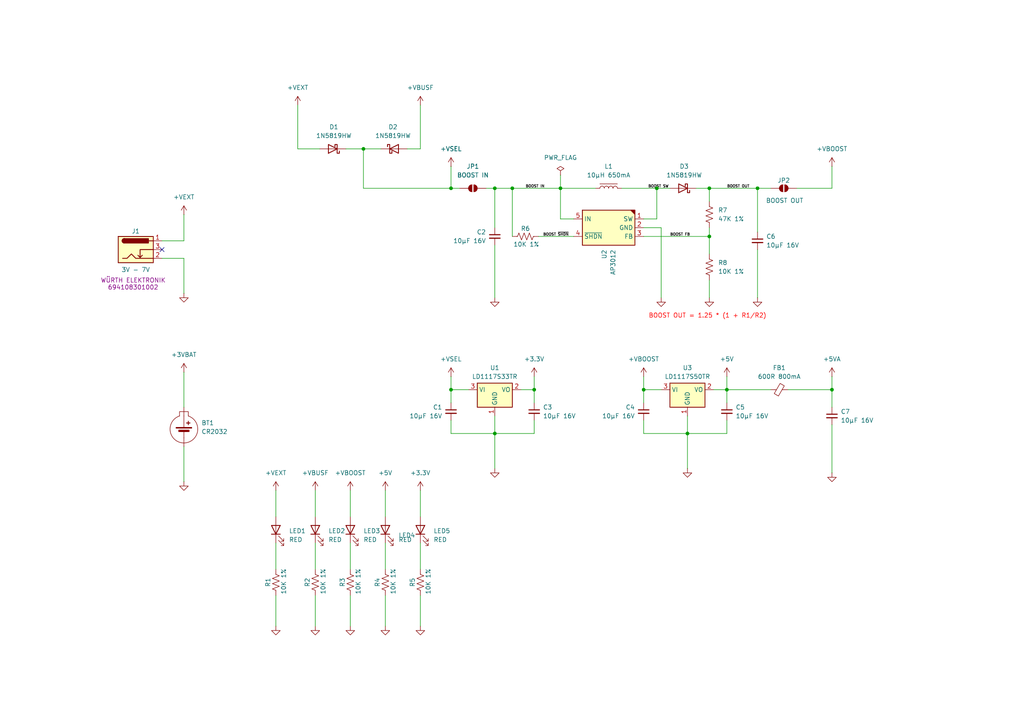
<source format=kicad_sch>
(kicad_sch (version 20231120) (generator "eeschema") (generator_version "8.0")
  (paper "A4")
  (lib_symbols
    (symbol "EMBARCADOS_-_CURSO_PCB[1]:+5V" (power) (pin_numbers hide) (pin_names (offset 0) hide)
      (property "Value" "+5V" (at 0 3.556 0))
      (symbol "+5V_0_1"
        (polyline (pts (xy -0.762 1.27) (xy 0 2.54)))
        (polyline (pts (xy 0 0) (xy 0 2.54)))
        (polyline (pts (xy 0 2.54) (xy 0.762 1.27)))
      )
      (symbol "+5V_1_1"
        (pin power_in line (at 0 0 90) (length 0) (name "~") (number "1"))
      )
    )
    (symbol "EMBARCADOS_-_CURSO_PCB[1]:AUX JUMPER SOLDER OPEN" (pin_numbers hide) (pin_names (offset 0) hide) (exclude_from_sim yes) (in_bom no)
      (property "Reference" "JP" (at 0 2.032 0))
      (property "Value" "SolderJumper_2_Open" (at 0 -2.54 0))
      (symbol "AUX JUMPER SOLDER OPEN_0_1"
        (arc (start -0.254 1.016) (mid -1.2656 0) (end -0.254 -1.016))
        (arc (start -0.254 1.016) (mid -1.2656 0) (end -0.254 -1.016) (fill (type outline)))
        (polyline (pts (xy -0.254 1.016) (xy -0.254 -1.016)))
        (polyline (pts (xy 0.254 1.016) (xy 0.254 -1.016)))
        (arc (start 0.254 -1.016) (mid 1.2656 0) (end 0.254 1.016))
        (arc (start 0.254 -1.016) (mid 1.2656 0) (end 0.254 1.016) (fill (type outline)))
      )
      (symbol "AUX JUMPER SOLDER OPEN_1_1"
        (pin passive line (at -3.81 0 0) (length 2.54) (name "A") (number "1"))
        (pin passive line (at 3.81 0 180) (length 2.54) (name "B") (number "2"))
      )
    )
    (symbol "EMBARCADOS_-_CURSO_PCB[1]:BATTERY HOLDER CR2032" (pin_numbers hide) (pin_names (offset 0) hide)
      (property "Reference" "BT" (at 4.318 1.27 0))
      (property "Value" "CR2032" (at 4.318 -1.27 0))
      (symbol "BATTERY HOLDER CR2032_0_1"
        (rectangle (start -2.286 0.508) (end 2.286 0.254) (fill (type outline)))
        (rectangle (start -1.524 -0.254) (end 1.524 -0.762) (fill (type outline)))
        (arc (start -1.27 3.81) (mid 0 -4.0161) (end 1.27 3.81))
        (polyline (pts (xy 0 -0.508) (xy 0 -2.54)))
        (polyline (pts (xy 0 0.508) (xy 0 3.81)))
        (polyline (pts (xy 0.762 1.778) (xy 1.778 1.778)) (stroke (width 0.254)))
        (polyline (pts (xy 1.27 2.286) (xy 1.27 1.27)) (stroke (width 0.254)))
        (polyline (pts (xy -1.27 3.81) (xy -1.27 5.08) (xy 1.27 5.08) (xy 1.27 3.81)))
      )
      (symbol "BATTERY HOLDER CR2032_1_1"
        (pin passive line (at 0 6.35 270) (length 2.54) (name "+") (number "1"))
        (pin passive line (at 0 -5.08 90) (length 2.54) (name "-") (number "2"))
      )
    )
    (symbol "EMBARCADOS_-_CURSO_PCB[1]:CAP 0805 10uF 16V AVX KGM21AR71C106K" (pin_numbers hide) (pin_names (offset 0.254) hide)
      (property "Reference" "C" (at 0.254 1.778 0))
      (property "Value" "10µF 16V" (at 0.254 -2.032 0))
      (symbol "CAP 0805 10uF 16V AVX KGM21AR71C106K_0_1"
        (polyline (pts (xy -1.524 -0.508) (xy 1.524 -0.508)) (stroke (width 0.3302)))
        (polyline (pts (xy -1.524 0.508) (xy 1.524 0.508)) (stroke (width 0.3048)))
      )
      (symbol "CAP 0805 10uF 16V AVX KGM21AR71C106K_1_1"
        (pin passive line (at 0 2.54 270) (length 2.032) (name "~") (number "1"))
        (pin passive line (at 0 -2.54 90) (length 2.032) (name "~") (number "2"))
      )
    )
    (symbol "EMBARCADOS_-_CURSO_PCB[1]:CONN DC BARREL JACK WÜRTH ELEKTRONIK 694108301002" (pin_names hide)
      (property "Reference" "J" (at 0 5.334 0))
      (property "Value" "DC BARREL JACK" (at 0 -5.08 0))
      (symbol "CONN DC BARREL JACK WÜRTH ELEKTRONIK 694108301002_0_1"
        (rectangle (start -5.08 3.81) (end 5.08 -3.81) (stroke (width 0.254)) (fill (type background)))
        (arc (start -3.302 3.175) (mid -3.9343 2.54) (end -3.302 1.905) (stroke (width 0.254)))
        (arc (start -3.302 3.175) (mid -3.9343 2.54) (end -3.302 1.905) (stroke (width 0.254)) (fill (type outline)))
        (polyline (pts (xy 1.27 -2.286) (xy 1.905 -1.651)) (stroke (width 0.254)))
        (polyline (pts (xy 5.08 2.54) (xy 3.81 2.54)) (stroke (width 0.254)))
        (polyline (pts (xy 5.08 0) (xy 1.27 0) (xy 1.27 -2.286) (xy 0.635 -1.651)) (stroke (width 0.254)))
        (polyline (pts (xy -3.81 -2.54) (xy -2.54 -2.54) (xy -1.27 -1.27) (xy 0 -2.54) (xy 2.54 -2.54) (xy 5.08 -2.54)) (stroke (width 0.254)))
        (rectangle (start 3.683 3.175) (end -3.302 1.905) (stroke (width 0.254)) (fill (type outline)))
      )
      (symbol "CONN DC BARREL JACK WÜRTH ELEKTRONIK 694108301002_1_1"
        (pin passive line (at 7.62 2.54 180) (length 2.54) (name "~") (number "1"))
        (pin passive line (at 7.62 -2.54 180) (length 2.54) (name "~") (number "2"))
        (pin passive line (at 7.62 0 180) (length 2.54) (name "~") (number "3"))
      )
    )
    (symbol "EMBARCADOS_-_CURSO_PCB[1]:DIODE SCHOTTKY 1N5819WS SOD-123 DIODES INC" (pin_numbers hide) (pin_names (offset 1.016) hide)
      (property "Reference" "D" (at 0 2.54 0))
      (property "Value" "1N5819HW" (at 0 -2.54 0))
      (symbol "DIODE SCHOTTKY 1N5819WS SOD-123 DIODES INC_0_1"
        (polyline (pts (xy 1.27 0) (xy -1.27 0)))
        (polyline (pts (xy 1.27 1.27) (xy 1.27 -1.27) (xy -1.27 0) (xy 1.27 1.27)) (stroke (width 0.254)))
        (polyline (pts (xy -1.905 0.635) (xy -1.905 1.27) (xy -1.27 1.27) (xy -1.27 -1.27) (xy -0.635 -1.27) (xy -0.635 -0.635)) (stroke (width 0.254)))
      )
      (symbol "DIODE SCHOTTKY 1N5819WS SOD-123 DIODES INC_1_1"
        (pin passive line (at -3.81 0 0) (length 2.54) (name "K") (number "1"))
        (pin passive line (at 3.81 0 180) (length 2.54) (name "A") (number "2"))
      )
    )
    (symbol "EMBARCADOS_-_CURSO_PCB[1]:FB 0603 600R 800mA WÜRTH ELEKTRONIK  742792651" (pin_numbers hide) (pin_names (offset 0))
      (property "Reference" "FB" (at 1.905 1.27 0))
      (property "Value" "600R 800mA" (at 1.905 -1.27 0))
      (symbol "FB 0603 600R 800mA WÜRTH ELEKTRONIK  742792651_0_1"
        (polyline (pts (xy 0 -1.27) (xy 0 -0.7874)))
        (polyline (pts (xy 0 0.889) (xy 0 1.2954)))
        (polyline (pts (xy -1.8288 0.2794) (xy -1.1176 1.4986) (xy 1.8288 -0.2032) (xy 1.1176 -1.4224) (xy -1.8288 0.2794)))
      )
      (symbol "FB 0603 600R 800mA WÜRTH ELEKTRONIK  742792651_1_1"
        (pin passive line (at 0 2.54 270) (length 1.27) (name "~") (number "1"))
        (pin passive line (at 0 -2.54 90) (length 1.27) (name "~") (number "2"))
      )
    )
    (symbol "EMBARCADOS_-_CURSO_PCB[1]:IC DC-DC BOOST AP3012 DIODES"
      (property "Reference" "U" (at 0 6.35 0))
      (property "Value" "AP3012" (at 0 -6.35 0))
      (symbol "IC DC-DC BOOST AP3012 DIODES_0_1"
        (rectangle (start -7.62 5.08) (end 7.62 -5.08) (stroke (width 0.254)) (fill (type background)))
      )
      (symbol "IC DC-DC BOOST AP3012 DIODES_1_1"
        (polyline (pts (xy -7.62 5.08) (xy -6.35 5.08) (xy -7.62 3.81)) (fill (type outline)))
        (pin passive line (at -10.16 2.54 0) (length 2.54) (name "SW") (number "1"))
        (pin power_in line (at -10.16 0 0) (length 2.54) (name "GND") (number "2"))
        (pin input line (at -10.16 -2.54 0) (length 2.54) (name "FB") (number "3"))
        (pin input line (at 10.16 -2.54 180) (length 2.54) (name "~{SHDN}") (number "4"))
        (pin power_in line (at 10.16 2.54 180) (length 2.54) (name "IN") (number "5"))
      )
    )
    (symbol "EMBARCADOS_-_CURSO_PCB[1]:IC DC-DC LDO LD1117S33TR SOT223"
      (property "Reference" "U" (at -3.81 3.175 0))
      (property "Value" "LD1117S33TR" (at 0 3.175 0))
      (symbol "IC DC-DC LDO LD1117S33TR SOT223_0_1"
        (rectangle (start -5.08 -5.08) (end 5.08 1.905) (stroke (width 0.254)) (fill (type background)))
      )
      (symbol "IC DC-DC LDO LD1117S33TR SOT223_1_1"
        (pin power_in line (at 0 -7.62 90) (length 2.54) (name "GND") (number "1"))
        (pin power_out line (at 7.62 0 180) (length 2.54) (name "VO") (number "2"))
        (pin power_in line (at -7.62 0 0) (length 2.54) (name "VI") (number "3"))
      )
    )
    (symbol "EMBARCADOS_-_CURSO_PCB[1]:IC DC-DC LDO LD1117S50TR SOT223"
      (property "Reference" "U" (at -3.81 3.175 0))
      (property "Value" "LD1117S50TR" (at 0 3.175 0))
      (symbol "IC DC-DC LDO LD1117S50TR SOT223_0_1"
        (rectangle (start -5.08 -5.08) (end 5.08 1.905) (stroke (width 0.254)) (fill (type background)))
      )
      (symbol "IC DC-DC LDO LD1117S50TR SOT223_1_1"
        (pin power_in line (at 0 -7.62 90) (length 2.54) (name "GND") (number "1"))
        (pin power_out line (at 7.62 0 180) (length 2.54) (name "VO") (number "2"))
        (pin power_in line (at -7.62 0 0) (length 2.54) (name "VI") (number "3"))
      )
    )
    (symbol "EMBARCADOS_-_CURSO_PCB[1]:IND 2.5x2.0 10µH 650mA WÜRTH ELEKTRONIK 74404024100 " (pin_numbers hide) (pin_names (offset 1.016) hide)
      (property "Reference" "L" (at -1.27 0 90))
      (property "Value" "10µH 650mA" (at 2.794 0 90))
      (symbol "IND 2.5x2.0 10µH 650mA WÜRTH ELEKTRONIK 74404024100 _0_1"
        (arc (start 0 -2.54) (mid 0.6323 -1.905) (end 0 -1.27))
        (arc (start 0 -1.27) (mid 0.6323 -0.635) (end 0 0))
        (polyline (pts (xy 1.27 2.54) (xy 1.27 -2.54)))
        (arc (start 0 0) (mid 0.6323 0.635) (end 0 1.27))
        (arc (start 0 1.27) (mid 0.6323 1.905) (end 0 2.54))
      )
      (symbol "IND 2.5x2.0 10µH 650mA WÜRTH ELEKTRONIK 74404024100 _1_1"
        (pin passive line (at 0 3.81 270) (length 1.27) (name "1") (number "1"))
        (pin passive line (at 0 -3.81 90) (length 1.27) (name "2") (number "2"))
      )
    )
    (symbol "EMBARCADOS_-_CURSO_PCB[1]:LED 0603 RED WÜRTH ELEKTRONIK 150060SS55040 " (pin_numbers hide) (pin_names (offset 1.016) hide)
      (property "Reference" "LED" (at 0 2.54 0))
      (property "Value" "RED" (at 0 -2.54 0))
      (symbol "LED 0603 RED WÜRTH ELEKTRONIK 150060SS55040 _0_1"
        (polyline (pts (xy -1.27 -1.27) (xy -1.27 1.27)) (stroke (width 0.254)))
        (polyline (pts (xy -1.27 0) (xy 1.27 0)))
        (polyline (pts (xy 1.27 -1.27) (xy 1.27 1.27) (xy -1.27 0) (xy 1.27 -1.27)) (stroke (width 0.254)))
        (polyline (pts (xy -3.048 -0.762) (xy -4.572 -2.286) (xy -3.81 -2.286) (xy -4.572 -2.286) (xy -4.572 -1.524)))
        (polyline (pts (xy -1.778 -0.762) (xy -3.302 -2.286) (xy -2.54 -2.286) (xy -3.302 -2.286) (xy -3.302 -1.524)))
      )
      (symbol "LED 0603 RED WÜRTH ELEKTRONIK 150060SS55040 _1_1"
        (pin passive line (at -3.81 0 0) (length 2.54) (name "K") (number "1"))
        (pin passive line (at 3.81 0 180) (length 2.54) (name "A") (number "2"))
      )
    )
    (symbol "EMBARCADOS_-_CURSO_PCB[1]:POWER GND" (power) (pin_numbers hide) (pin_names (offset 0) hide)
      (property "Value" "POWER GND" (at 0 -3.81 0))
      (symbol "POWER GND_0_1"
        (polyline (pts (xy 0 0) (xy 0 -1.27) (xy 1.27 -1.27) (xy 0 -2.54) (xy -1.27 -1.27) (xy 0 -1.27)))
      )
      (symbol "POWER GND_1_1"
        (pin power_in line (at 0 0 270) (length 0) (name "~") (number "1"))
      )
    )
    (symbol "EMBARCADOS_-_CURSO_PCB[1]:RES 0603 10K 1% VISHAY CRCW060310K0FK " (pin_numbers hide) (pin_names (offset 0))
      (property "Reference" "R" (at 2.54 0 90))
      (property "Value" "10K 1%" (at -2.54 0 90))
      (symbol "RES 0603 10K 1% VISHAY CRCW060310K0FK _0_1"
        (polyline (pts (xy 0 -2.286) (xy 0 -2.54)))
        (polyline (pts (xy 0 2.286) (xy 0 2.54)))
        (polyline (pts (xy 0 -0.762) (xy 1.016 -1.143) (xy 0 -1.524) (xy -1.016 -1.905) (xy 0 -2.286)))
        (polyline (pts (xy 0 0.762) (xy 1.016 0.381) (xy 0 0) (xy -1.016 -0.381) (xy 0 -0.762)))
        (polyline (pts (xy 0 2.286) (xy 1.016 1.905) (xy 0 1.524) (xy -1.016 1.143) (xy 0 0.762)))
      )
      (symbol "RES 0603 10K 1% VISHAY CRCW060310K0FK _1_1"
        (pin passive line (at 0 3.81 270) (length 1.27) (name "~") (number "1"))
        (pin passive line (at 0 -3.81 90) (length 1.27) (name "~") (number "2"))
      )
    )
    (symbol "EMBARCADOS_-_CURSO_PCB[1]:RES 0603 47K 1% VISHAY CRCW060347K0FK" (pin_numbers hide) (pin_names (offset 0))
      (property "Reference" "R" (at 2.54 0 90))
      (property "Value" "47K 1%" (at -2.54 0 90))
      (symbol "RES 0603 47K 1% VISHAY CRCW060347K0FK_0_1"
        (polyline (pts (xy 0 -2.286) (xy 0 -2.54)))
        (polyline (pts (xy 0 2.286) (xy 0 2.54)))
        (polyline (pts (xy 0 -0.762) (xy 1.016 -1.143) (xy 0 -1.524) (xy -1.016 -1.905) (xy 0 -2.286)))
        (polyline (pts (xy 0 0.762) (xy 1.016 0.381) (xy 0 0) (xy -1.016 -0.381) (xy 0 -0.762)))
        (polyline (pts (xy 0 2.286) (xy 1.016 1.905) (xy 0 1.524) (xy -1.016 1.143) (xy 0 0.762)))
      )
      (symbol "RES 0603 47K 1% VISHAY CRCW060347K0FK_1_1"
        (pin passive line (at 0 3.81 270) (length 1.27) (name "~") (number "1"))
        (pin passive line (at 0 -3.81 90) (length 1.27) (name "~") (number "2"))
      )
    )
    (symbol "power:PWR_FLAG" (power) (pin_numbers hide) (pin_names (offset 0) hide)
      (property "Value" "PWR_FLAG" (at 0 3.81 0))
      (symbol "PWR_FLAG_0_0"
        (pin power_out line (at 0 0 90) (length 0) (name "~") (number "1"))
      )
      (symbol "PWR_FLAG_0_1"
        (polyline (pts (xy 0 0) (xy 0 1.27) (xy -1.016 1.905) (xy 0 2.54) (xy 1.016 1.905) (xy 0 1.27)))
      )
    )
  )
  (junction (at 130.81 54.61))
  (junction (at 154.94 113.03))
  (junction (at 130.81 113.03))
  (junction (at 205.74 54.61))
  (junction (at 219.71 54.61))
  (junction (at 199.39 125.73))
  (junction (at 210.82 113.03))
  (junction (at 186.69 113.03))
  (junction (at 205.74 68.58))
  (junction (at 190.5 54.61))
  (junction (at 143.51 54.61))
  (junction (at 148.59 54.61))
  (junction (at 143.51 125.73))
  (junction (at 105.41 43.18))
  (junction (at 241.3 113.03))
  (junction (at 162.56 54.61))
  (no_connect (at 46.99 72.39))
  (wire (pts (xy 190.5 54.61) (xy 194.31 54.61)))
  (wire (pts (xy 166.37 63.5) (xy 162.56 63.5)))
  (wire (pts (xy 205.74 81.28) (xy 205.74 86.36)))
  (wire (pts (xy 130.81 113.03) (xy 130.81 109.22)))
  (wire (pts (xy 86.36 30.48) (xy 86.36 43.18)))
  (wire (pts (xy 140.97 54.61) (xy 143.51 54.61)))
  (wire (pts (xy 143.51 71.12) (xy 143.51 86.36)))
  (wire (pts (xy 80.01 172.72) (xy 80.01 181.61)))
  (wire (pts (xy 46.99 69.85) (xy 53.34 69.85)))
  (wire (pts (xy 231.14 54.61) (xy 241.3 54.61)))
  (wire (pts (xy 186.69 125.73) (xy 199.39 125.73)))
  (wire (pts (xy 191.77 66.04) (xy 191.77 86.36)))
  (wire (pts (xy 91.44 142.24) (xy 91.44 149.86)))
  (wire (pts (xy 210.82 109.22) (xy 210.82 113.03)))
  (wire (pts (xy 53.34 129.54) (xy 53.34 139.7)))
  (wire (pts (xy 210.82 113.03) (xy 223.52 113.03)))
  (wire (pts (xy 207.01 113.03) (xy 210.82 113.03)))
  (wire (pts (xy 191.77 113.03) (xy 186.69 113.03)))
  (wire (pts (xy 190.5 63.5) (xy 190.5 54.61)))
  (wire (pts (xy 143.51 120.65) (xy 143.51 125.73)))
  (wire (pts (xy 210.82 113.03) (xy 210.82 116.84)))
  (wire (pts (xy 105.41 43.18) (xy 110.49 43.18)))
  (wire (pts (xy 46.99 74.93) (xy 53.34 74.93)))
  (wire (pts (xy 130.81 54.61) (xy 130.81 48.26)))
  (wire (pts (xy 219.71 67.31) (xy 219.71 54.61)))
  (wire (pts (xy 118.11 43.18) (xy 121.92 43.18)))
  (wire (pts (xy 101.6 157.48) (xy 101.6 165.1)))
  (wire (pts (xy 186.69 109.22) (xy 186.69 113.03)))
  (wire (pts (xy 111.76 157.48) (xy 111.76 165.1)))
  (wire (pts (xy 130.81 113.03) (xy 130.81 116.84)))
  (wire (pts (xy 130.81 125.73) (xy 130.81 121.92)))
  (wire (pts (xy 162.56 50.8) (xy 162.56 54.61)))
  (wire (pts (xy 154.94 109.22) (xy 154.94 113.03)))
  (wire (pts (xy 130.81 54.61) (xy 105.41 54.61)))
  (wire (pts (xy 111.76 142.24) (xy 111.76 149.86)))
  (wire (pts (xy 135.89 113.03) (xy 130.81 113.03)))
  (wire (pts (xy 154.94 125.73) (xy 154.94 121.92)))
  (wire (pts (xy 219.71 54.61) (xy 223.52 54.61)))
  (wire (pts (xy 80.01 157.48) (xy 80.01 165.1)))
  (wire (pts (xy 219.71 72.39) (xy 219.71 86.36)))
  (wire (pts (xy 241.3 123.19) (xy 241.3 137.16)))
  (wire (pts (xy 105.41 54.61) (xy 105.41 43.18)))
  (wire (pts (xy 199.39 125.73) (xy 199.39 135.89)))
  (wire (pts (xy 80.01 142.24) (xy 80.01 149.86)))
  (wire (pts (xy 210.82 125.73) (xy 210.82 121.92)))
  (wire (pts (xy 143.51 125.73) (xy 154.94 125.73)))
  (wire (pts (xy 199.39 120.65) (xy 199.39 125.73)))
  (wire (pts (xy 148.59 54.61) (xy 162.56 54.61)))
  (wire (pts (xy 241.3 113.03) (xy 241.3 118.11)))
  (wire (pts (xy 162.56 54.61) (xy 172.72 54.61)))
  (wire (pts (xy 162.56 63.5) (xy 162.56 54.61)))
  (wire (pts (xy 228.6 113.03) (xy 241.3 113.03)))
  (wire (pts (xy 201.93 54.61) (xy 205.74 54.61)))
  (wire (pts (xy 205.74 54.61) (xy 205.74 58.42)))
  (wire (pts (xy 148.59 54.61) (xy 148.59 68.58)))
  (wire (pts (xy 101.6 142.24) (xy 101.6 149.86)))
  (wire (pts (xy 111.76 172.72) (xy 111.76 181.61)))
  (wire (pts (xy 241.3 109.22) (xy 241.3 113.03)))
  (wire (pts (xy 130.81 54.61) (xy 133.35 54.61)))
  (wire (pts (xy 91.44 157.48) (xy 91.44 165.1)))
  (wire (pts (xy 166.37 68.58) (xy 156.21 68.58)))
  (wire (pts (xy 143.51 54.61) (xy 143.51 66.04)))
  (wire (pts (xy 180.34 54.61) (xy 190.5 54.61)))
  (wire (pts (xy 121.92 142.24) (xy 121.92 149.86)))
  (wire (pts (xy 186.69 68.58) (xy 205.74 68.58)))
  (wire (pts (xy 101.6 172.72) (xy 101.6 181.61)))
  (wire (pts (xy 53.34 69.85) (xy 53.34 62.23)))
  (wire (pts (xy 186.69 113.03) (xy 186.69 116.84)))
  (wire (pts (xy 86.36 43.18) (xy 92.71 43.18)))
  (wire (pts (xy 199.39 125.73) (xy 210.82 125.73)))
  (wire (pts (xy 186.69 66.04) (xy 191.77 66.04)))
  (wire (pts (xy 100.33 43.18) (xy 105.41 43.18)))
  (wire (pts (xy 241.3 54.61) (xy 241.3 48.26)))
  (wire (pts (xy 143.51 125.73) (xy 143.51 135.89)))
  (wire (pts (xy 151.13 113.03) (xy 154.94 113.03)))
  (wire (pts (xy 205.74 68.58) (xy 205.74 73.66)))
  (wire (pts (xy 205.74 68.58) (xy 205.74 66.04)))
  (wire (pts (xy 205.74 54.61) (xy 219.71 54.61)))
  (wire (pts (xy 53.34 74.93) (xy 53.34 85.09)))
  (wire (pts (xy 186.69 125.73) (xy 186.69 121.92)))
  (wire (pts (xy 53.34 107.95) (xy 53.34 118.11)))
  (wire (pts (xy 154.94 113.03) (xy 154.94 116.84)))
  (wire (pts (xy 121.92 30.48) (xy 121.92 43.18)))
  (wire (pts (xy 91.44 172.72) (xy 91.44 181.61)))
  (wire (pts (xy 121.92 157.48) (xy 121.92 165.1)))
  (wire (pts (xy 130.81 125.73) (xy 143.51 125.73)))
  (wire (pts (xy 186.69 63.5) (xy 190.5 63.5)))
  (wire (pts (xy 121.92 172.72) (xy 121.92 181.61)))
  (wire (pts (xy 143.51 54.61) (xy 148.59 54.61)))
  (text "BOOST OUT = 1.25 * (1 + R1/R2)" (at 205.232 91.694 0) (effects (font (size 1.27 1.27))))
  (label "BOOST ~{SHDN}" (at 157.48 68.58 0) (effects (font (size 0.762 0.762))))
  (label "BOOST OUT" (at 210.82 54.61 0) (effects (font (size 0.762 0.762))))
  (label "BOOST FB" (at 194.31 68.58 0) (effects (font (size 0.762 0.762))))
  (label "BOOST SW" (at 187.96 54.61 0) (effects (font (size 0.762 0.762))))
  (label "BOOST IN" (at 152.4 54.61 0) (effects (font (size 0.762 0.762))))
  (symbol (lib_id "EMBARCADOS_-_CURSO_PCB[1]:+5V") (at 130.81 109.22 0) (unit 1)
    (property "Reference" "#PWR016" (effects (hide yes)))
    (property "Value" "+VSEL" (at 130.81 104.14 0))
    (property "Description" "Power symbol creates a global label with name \"+5V\"" (effects (hide yes)))
  )
  (symbol (lib_id "EMBARCADOS_-_CURSO_PCB[1]:LED 0603 RED WÜRTH ELEKTRONIK 150060SS55040 ") (at 80.01 153.67 90) (unit 1)
    (property "Reference" "LED1" (at 83.82 153.9874 90) (effects (justify right)))
    (property "Value" "RED" (at 83.82 156.5274 90) (effects (justify right)))
    (property "Footprint" "EMBARCADOS - CURSO PCB:LED_0603_1608Metric" (effects (hide yes)))
    (property "Datasheet" "https://www.we-online.com/components/products/datasheet/150060SS55040.pdf" (effects (hide yes)))
    (property "Description" "Light emitting diode" (effects (hide yes)))
    (property "MPN" "150060SS55040 " (effects (hide yes)))
    (property "Manufacturer" "WÜRTH ELEKTRONIK " (effects (hide yes)))
    (property "3D Model" "KiCad" (effects (hide yes)))
    (property "Notes" "-" (effects (hide yes)))
    (property "LCSC Part # " "C128052 " (effects (hide yes)))
    (property "LCSC MPN " "19-213/R6C-AM2P1VY/3T " (effects (hide yes)))
    (property "LCSC MANUFACTURER " "EVERLIGHT " (effects (hide yes)))
  )
  (symbol (lib_id "EMBARCADOS_-_CURSO_PCB[1]:+5V") (at 154.94 109.22 0) (unit 1)
    (property "Reference" "#PWR019" (effects (hide yes)))
    (property "Value" "+3.3V" (at 154.94 104.14 0))
    (property "Description" "Power symbol creates a global label with name \"+5V\"" (effects (hide yes)))
  )
  (symbol (lib_id "EMBARCADOS_-_CURSO_PCB[1]:LED 0603 RED WÜRTH ELEKTRONIK 150060SS55040 ") (at 101.6 153.67 90) (unit 1)
    (property "Reference" "LED3" (at 105.41 153.9874 90) (effects (justify right)))
    (property "Value" "RED" (at 105.41 156.5274 90) (effects (justify right)))
    (property "Footprint" "EMBARCADOS - CURSO PCB:LED_0603_1608Metric" (effects (hide yes)))
    (property "Datasheet" "https://www.we-online.com/components/products/datasheet/150060SS55040.pdf" (effects (hide yes)))
    (property "Description" "Light emitting diode" (effects (hide yes)))
    (property "MPN" "150060SS55040 " (effects (hide yes)))
    (property "Manufacturer" "WÜRTH ELEKTRONIK " (effects (hide yes)))
    (property "3D Model" "KiCad" (effects (hide yes)))
    (property "Notes" "-" (effects (hide yes)))
    (property "LCSC Part # " "C128052 " (effects (hide yes)))
    (property "LCSC MPN " "19-213/R6C-AM2P1VY/3T " (effects (hide yes)))
    (property "LCSC MANUFACTURER " "EVERLIGHT " (effects (hide yes)))
  )
  (symbol (lib_id "EMBARCADOS_-_CURSO_PCB[1]:CAP 0805 10uF 16V AVX KGM21AR71C106K") (at 154.94 119.38 0) (unit 1)
    (property "Reference" "C3" (at 157.48 118.1162 0) (effects (justify left)))
    (property "Value" "10µF 16V" (at 157.48 120.6562 0) (effects (justify left)))
    (property "Footprint" "EMBARCADOS - CURSO PCB:C_0805_2012Metric" (effects (hide yes)))
    (property "Datasheet" "https://datasheets.kyocera-avx.com/KGM_X7R.pdf" (effects (hide yes)))
    (property "Description" "CAP 0805 10uF 16V AVX" (effects (hide yes)))
    (property "MPN" "KGM21AR71C106K " (effects (hide yes)))
    (property "Manufacturer" "KYOCERA/AVX " (effects (hide yes)))
    (property "3D Model" "KiCad" (effects (hide yes)))
    (property "Notes" "-" (effects (hide yes)))
    (property "LCSC Part # " "C15850 " (effects (hide yes)))
    (property "LCSC MPN " "CL21A106KAYNNNE " (effects (hide yes)))
    (property "LCSC MANUFACTURER " "SAMSUNG " (effects (hide yes)))
  )
  (symbol (lib_id "EMBARCADOS_-_CURSO_PCB[1]:AUX JUMPER SOLDER OPEN") (at 227.33 54.61 0) (unit 1) (exclude_from_sim yes) (in_bom no)
    (property "Reference" "JP2" (at 227.33 52.324 0))
    (property "Value" "BOOST OUT" (at 227.584 58.166 0))
    (property "Footprint" "EMBARCADOS - CURSO PCB:SolderJumper-2_P1.3mm_Open_RoundedPad1.0x1.5mm" (effects (hide yes)))
    (property "Description" "Solder Jumper, 2-pole, open" (effects (hide yes)))
  )
  (symbol (lib_id "EMBARCADOS_-_CURSO_PCB[1]:LED 0603 RED WÜRTH ELEKTRONIK 150060SS55040 ") (at 121.92 153.67 90) (unit 1)
    (property "Reference" "LED5" (at 125.73 153.9874 90) (effects (justify right)))
    (property "Value" "RED" (at 125.73 156.5274 90) (effects (justify right)))
    (property "Footprint" "EMBARCADOS - CURSO PCB:LED_0603_1608Metric" (effects (hide yes)))
    (property "Datasheet" "https://www.we-online.com/components/products/datasheet/150060SS55040.pdf" (effects (hide yes)))
    (property "Description" "Light emitting diode" (effects (hide yes)))
    (property "MPN" "150060SS55040 " (effects (hide yes)))
    (property "Manufacturer" "WÜRTH ELEKTRONIK " (effects (hide yes)))
    (property "3D Model" "KiCad" (effects (hide yes)))
    (property "Notes" "-" (effects (hide yes)))
    (property "LCSC Part # " "C128052 " (effects (hide yes)))
    (property "LCSC MPN " "19-213/R6C-AM2P1VY/3T " (effects (hide yes)))
    (property "LCSC MANUFACTURER " "EVERLIGHT " (effects (hide yes)))
  )
  (symbol (lib_id "EMBARCADOS_-_CURSO_PCB[1]:POWER GND") (at 143.51 86.36 0) (unit 1)
    (property "Reference" "#PWR017" (effects (hide yes)))
    (property "Value" "GND" (effects (hide yes)))
    (property "Description" "Power symbol creates a global label with name \"GND\" , ground" (effects (hide yes)))
  )
  (symbol (lib_id "EMBARCADOS_-_CURSO_PCB[1]:+5V") (at 210.82 109.22 0) (unit 1)
    (property "Reference" "#PWR024" (effects (hide yes)))
    (property "Value" "+5V" (at 210.82 104.14 0))
    (property "Description" "Power symbol creates a global label with name \"+5V\"" (effects (hide yes)))
  )
  (symbol (lib_id "EMBARCADOS_-_CURSO_PCB[1]:CAP 0805 10uF 16V AVX KGM21AR71C106K") (at 210.82 119.38 0) (unit 1)
    (property "Reference" "C5" (at 213.36 118.1162 0) (effects (justify left)))
    (property "Value" "10µF 16V" (at 213.36 120.6562 0) (effects (justify left)))
    (property "Footprint" "EMBARCADOS - CURSO PCB:C_0805_2012Metric" (effects (hide yes)))
    (property "Datasheet" "https://datasheets.kyocera-avx.com/KGM_X7R.pdf" (effects (hide yes)))
    (property "Description" "CAP 0805 10uF 16V AVX" (effects (hide yes)))
    (property "MPN" "KGM21AR71C106K " (effects (hide yes)))
    (property "Manufacturer" "KYOCERA/AVX " (effects (hide yes)))
    (property "3D Model" "KiCad" (effects (hide yes)))
    (property "Notes" "-" (effects (hide yes)))
    (property "LCSC Part # " "C15850 " (effects (hide yes)))
    (property "LCSC MPN " "CL21A106KAYNNNE " (effects (hide yes)))
    (property "LCSC MANUFACTURER " "SAMSUNG " (effects (hide yes)))
  )
  (symbol (lib_id "power:PWR_FLAG") (at 162.56 50.8 0) (unit 1)
    (property "Reference" "#FLG011" (effects (hide yes)))
    (property "Value" "PWR_FLAG" (at 162.56 45.72 0))
    (property "Description" "Special symbol for telling ERC where power comes from" (effects (hide yes)))
  )
  (symbol (lib_id "EMBARCADOS_-_CURSO_PCB[1]:IC DC-DC BOOST AP3012 DIODES") (at 176.53 66.04 0) (mirror y) (unit 1)
    (property "Reference" "U2" (at 175.2599 72.39 90) (effects (justify right)))
    (property "Value" "AP3012" (at 177.7999 72.39 90) (effects (justify right)))
    (property "Footprint" "EMBARCADOS - CURSO PCB:SOT-23-5" (effects (hide yes)))
    (property "Datasheet" "https://www.diodes.com/datasheet/download/AP3012.pdf" (effects (hide yes)))
    (property "Description" "500mA, Adjustable Step-Up Voltage Regulator, 1.5MHz Frequency, SOT-23-5" (effects (hide yes)))
    (property "MPN" "AP3012KTR-E1" (effects (hide yes)))
    (property "Manufacturer" "DIODES INCORPORATED " (effects (hide yes)))
    (property "3D Model" "KiCad" (effects (hide yes)))
    (property "Notes" "-" (effects (hide yes)))
    (property "LCSC Part # " "C460356 " (effects (hide yes)))
    (property "LCSC MPN " "AP3012KTR-E1 " (effects (hide yes)))
    (property "LCSC MANUFACTURER " "DIODES INCORPORATED " (effects (hide yes)))
  )
  (symbol (lib_id "EMBARCADOS_-_CURSO_PCB[1]:+5V") (at 186.69 109.22 0) (unit 1)
    (property "Reference" "#PWR020" (effects (hide yes)))
    (property "Value" "+VBOOST" (at 186.69 104.14 0))
    (property "Description" "Power symbol creates a global label with name \"+5V\"" (effects (hide yes)))
  )
  (symbol (lib_id "EMBARCADOS_-_CURSO_PCB[1]:CONN DC BARREL JACK WÜRTH ELEKTRONIK 694108301002") (at 39.37 72.39 0) (unit 1)
    (property "Reference" "J1" (at 39.37 67.056 0))
    (property "Value" "3V - 7V" (at 39.37 78.232 0))
    (property "Footprint" "EMBARCADOS - CURSO PCB:BarrelJack_GCT_DCJ200-10-A_Horizontal" (effects (hide yes)))
    (property "Datasheet" "https://www.we-online.com/components/products/datasheet/694108301002.pdf" (effects (hide yes)))
    (property "Description" "DC Barrel Jack with an internal switch" (effects (hide yes)))
    (property "MPN" "694108301002" (at 38.608 83.312 0))
    (property "Manufacturer" "WÜRTH ELEKTRONIK " (at 39.116 81.28 0))
    (property "3D Model" "https://www.we-online.com/components/products/download/Download_IGES_694108301002%20%28rev1%29.iges" (effects (hide yes)))
    (property "Notes" "THRU HOLE" (effects (hide yes)))
    (property "LCSC Part # " "-" (effects (hide yes)))
    (property "LCSC MPN " "-" (effects (hide yes)))
    (property "LCSC MANUFACTURER " "-" (effects (hide yes)))
  )
  (symbol (lib_id "EMBARCADOS_-_CURSO_PCB[1]:POWER GND") (at 111.76 181.61 0) (unit 1)
    (property "Reference" "#PWR012" (effects (hide yes)))
    (property "Value" "GND" (effects (hide yes)))
    (property "Description" "Power symbol creates a global label with name \"GND\" , ground" (effects (hide yes)))
  )
  (symbol (lib_id "EMBARCADOS_-_CURSO_PCB[1]:+5V") (at 101.6 142.24 0) (unit 1)
    (property "Reference" "#PWR09" (effects (hide yes)))
    (property "Value" "+VBOOST" (at 101.6 137.16 0))
    (property "Description" "Power symbol creates a global label with name \"+5V\"" (effects (hide yes)))
  )
  (symbol (lib_id "EMBARCADOS_-_CURSO_PCB[1]:RES 0603 10K 1% VISHAY CRCW060310K0FK ") (at 152.4 68.58 90) (unit 1)
    (property "Reference" "R6" (at 152.4 66.294 90))
    (property "Value" "10K 1%" (at 152.654 70.866 90))
    (property "Footprint" "EMBARCADOS - CURSO PCB:R_0603_1608Metric" (effects (hide yes)))
    (property "Datasheet" "https://www.we-online.com/components/products/datasheet/61300411821.pdf" (effects (hide yes)))
    (property "Description" "RES 0603 10K 1% VISHAY" (effects (hide yes)))
    (property "MPN" "CRCW060310K0FK " (effects (hide yes)))
    (property "Manufacturer" "VISHAY " (effects (hide yes)))
    (property "3D Model" "KiCad" (effects (hide yes)))
    (property "Notes" "-" (effects (hide yes)))
    (property "LCSC Part # " "C25804 " (effects (hide yes)))
    (property "LCSC MPN " "0603WAF1002T5E " (effects (hide yes)))
    (property "LCSC MANUFACTURER " "UNI-ROYAL " (effects (hide yes)))
  )
  (symbol (lib_id "EMBARCADOS_-_CURSO_PCB[1]:POWER GND") (at 205.74 86.36 0) (unit 1)
    (property "Reference" "#PWR023" (effects (hide yes)))
    (property "Value" "GND" (effects (hide yes)))
    (property "Description" "Power symbol creates a global label with name \"GND\" , ground" (effects (hide yes)))
  )
  (symbol (lib_id "EMBARCADOS_-_CURSO_PCB[1]:RES 0603 10K 1% VISHAY CRCW060310K0FK ") (at 101.6 168.91 180) (unit 1)
    (property "Reference" "R3" (at 99.314 168.91 90))
    (property "Value" "10K 1%" (at 103.886 168.656 90))
    (property "Footprint" "EMBARCADOS - CURSO PCB:R_0603_1608Metric" (effects (hide yes)))
    (property "Datasheet" "https://www.we-online.com/components/products/datasheet/61300411821.pdf" (effects (hide yes)))
    (property "Description" "RES 0603 10K 1% VISHAY" (effects (hide yes)))
    (property "MPN" "CRCW060310K0FK " (effects (hide yes)))
    (property "Manufacturer" "VISHAY " (effects (hide yes)))
    (property "3D Model" "KiCad" (effects (hide yes)))
    (property "Notes" "-" (effects (hide yes)))
    (property "LCSC Part # " "C25804 " (effects (hide yes)))
    (property "LCSC MPN " "0603WAF1002T5E " (effects (hide yes)))
    (property "LCSC MANUFACTURER " "UNI-ROYAL " (effects (hide yes)))
  )
  (symbol (lib_id "EMBARCADOS_-_CURSO_PCB[1]:RES 0603 10K 1% VISHAY CRCW060310K0FK ") (at 80.01 168.91 180) (unit 1)
    (property "Reference" "R1" (at 77.724 168.91 90))
    (property "Value" "10K 1%" (at 82.296 168.656 90))
    (property "Footprint" "EMBARCADOS - CURSO PCB:R_0603_1608Metric" (effects (hide yes)))
    (property "Datasheet" "https://www.we-online.com/components/products/datasheet/61300411821.pdf" (effects (hide yes)))
    (property "Description" "RES 0603 10K 1% VISHAY" (effects (hide yes)))
    (property "MPN" "CRCW060310K0FK " (effects (hide yes)))
    (property "Manufacturer" "VISHAY " (effects (hide yes)))
    (property "3D Model" "KiCad" (effects (hide yes)))
    (property "Notes" "-" (effects (hide yes)))
    (property "LCSC Part # " "C25804 " (effects (hide yes)))
    (property "LCSC MPN " "0603WAF1002T5E " (effects (hide yes)))
    (property "LCSC MANUFACTURER " "UNI-ROYAL " (effects (hide yes)))
  )
  (symbol (lib_id "EMBARCADOS_-_CURSO_PCB[1]:CAP 0805 10uF 16V AVX KGM21AR71C106K") (at 241.3 120.65 0) (unit 1)
    (property "Reference" "C7" (at 243.84 119.3862 0) (effects (justify left)))
    (property "Value" "10µF 16V" (at 243.84 121.9262 0) (effects (justify left)))
    (property "Footprint" "EMBARCADOS - CURSO PCB:C_0805_2012Metric" (effects (hide yes)))
    (property "Datasheet" "https://datasheets.kyocera-avx.com/KGM_X7R.pdf" (effects (hide yes)))
    (property "Description" "CAP 0805 10uF 16V AVX" (effects (hide yes)))
    (property "MPN" "KGM21AR71C106K " (effects (hide yes)))
    (property "Manufacturer" "KYOCERA/AVX " (effects (hide yes)))
    (property "3D Model" "KiCad" (effects (hide yes)))
    (property "Notes" "-" (effects (hide yes)))
    (property "LCSC Part # " "C15850 " (effects (hide yes)))
    (property "LCSC MPN " "CL21A106KAYNNNE " (effects (hide yes)))
    (property "LCSC MANUFACTURER " "SAMSUNG " (effects (hide yes)))
  )
  (symbol (lib_id "EMBARCADOS_-_CURSO_PCB[1]:+5V") (at 241.3 109.22 0) (unit 1)
    (property "Reference" "#PWR027" (effects (hide yes)))
    (property "Value" "+5VA" (at 241.3 104.14 0))
    (property "Description" "Power symbol creates a global label with name \"+5V\"" (effects (hide yes)))
  )
  (symbol (lib_id "EMBARCADOS_-_CURSO_PCB[1]:POWER GND") (at 241.3 137.16 0) (unit 1)
    (property "Reference" "#PWR028" (effects (hide yes)))
    (property "Value" "GND" (effects (hide yes)))
    (property "Description" "Power symbol creates a global label with name \"GND\" , ground" (effects (hide yes)))
  )
  (symbol (lib_id "EMBARCADOS_-_CURSO_PCB[1]:+5V") (at 80.01 142.24 0) (unit 1)
    (property "Reference" "#PWR05" (effects (hide yes)))
    (property "Value" "+VEXT" (at 80.01 137.16 0))
    (property "Description" "Power symbol creates a global label with name \"+5V\"" (effects (hide yes)))
  )
  (symbol (lib_id "EMBARCADOS_-_CURSO_PCB[1]:POWER GND") (at 80.01 181.61 0) (unit 1)
    (property "Reference" "#PWR06" (effects (hide yes)))
    (property "Value" "GND" (effects (hide yes)))
    (property "Description" "Power symbol creates a global label with name \"GND\" , ground" (effects (hide yes)))
  )
  (symbol (lib_id "EMBARCADOS_-_CURSO_PCB[1]:AUX JUMPER SOLDER OPEN") (at 137.16 54.61 0) (unit 1) (exclude_from_sim yes) (in_bom no)
    (property "Reference" "JP1" (at 137.16 48.26 0))
    (property "Value" "BOOST IN" (at 137.16 50.8 0))
    (property "Footprint" "EMBARCADOS - CURSO PCB:SolderJumper-2_P1.3mm_Open_RoundedPad1.0x1.5mm" (effects (hide yes)))
    (property "Description" "Solder Jumper, 2-pole, open" (effects (hide yes)))
  )
  (symbol (lib_id "EMBARCADOS_-_CURSO_PCB[1]:DIODE SCHOTTKY 1N5819WS SOD-123 DIODES INC") (at 198.12 54.61 180) (unit 1)
    (property "Reference" "D3" (at 198.4375 48.26 0))
    (property "Value" "1N5819HW" (at 198.4375 50.8 0))
    (property "Footprint" "EMBARCADOS - CURSO PCB:D_SOD-123" (effects (hide yes)))
    (property "Datasheet" "https://www.diodes.com/datasheet/download/1N5819HW.pdf" (effects (hide yes)))
    (property "Description" "40V 600mV@1A 1A SOD-323 Schottky Barrier Diodes, SOD-323" (effects (hide yes)))
    (property "MPN" "1N5819HW-7-F " (effects (hide yes)))
    (property "Manufacturer" "DIODES INCORPORATED " (effects (hide yes)))
    (property "3D Model" "KiCad" (effects (hide yes)))
    (property "Notes" "-" (effects (hide yes)))
    (property "LCSC Part # " "C82544 " (effects (hide yes)))
    (property "LCSC MPN " "1N5819HW-7-F " (effects (hide yes)))
    (property "LCSC MANUFACTURER " "DIODES INCORPORATED " (effects (hide yes)))
  )
  (symbol (lib_id "EMBARCADOS_-_CURSO_PCB[1]:CAP 0805 10uF 16V AVX KGM21AR71C106K") (at 219.71 69.85 0) (unit 1)
    (property "Reference" "C6" (at 222.25 68.5862 0) (effects (justify left)))
    (property "Value" "10µF 16V" (at 222.25 71.1262 0) (effects (justify left)))
    (property "Footprint" "EMBARCADOS - CURSO PCB:C_0805_2012Metric" (effects (hide yes)))
    (property "Datasheet" "https://datasheets.kyocera-avx.com/KGM_X7R.pdf" (effects (hide yes)))
    (property "Description" "CAP 0805 10uF 16V AVX" (effects (hide yes)))
    (property "MPN" "KGM21AR71C106K " (effects (hide yes)))
    (property "Manufacturer" "KYOCERA/AVX " (effects (hide yes)))
    (property "3D Model" "KiCad" (effects (hide yes)))
    (property "Notes" "-" (effects (hide yes)))
    (property "LCSC Part # " "C15850 " (effects (hide yes)))
    (property "LCSC MPN " "CL21A106KAYNNNE " (effects (hide yes)))
    (property "LCSC MANUFACTURER " "SAMSUNG " (effects (hide yes)))
  )
  (symbol (lib_id "EMBARCADOS_-_CURSO_PCB[1]:RES 0603 10K 1% VISHAY CRCW060310K0FK ") (at 111.76 168.91 180) (unit 1)
    (property "Reference" "R4" (at 109.474 168.91 90))
    (property "Value" "10K 1%" (at 114.046 168.656 90))
    (property "Footprint" "EMBARCADOS - CURSO PCB:R_0603_1608Metric" (effects (hide yes)))
    (property "Datasheet" "https://www.we-online.com/components/products/datasheet/61300411821.pdf" (effects (hide yes)))
    (property "Description" "RES 0603 10K 1% VISHAY" (effects (hide yes)))
    (property "MPN" "CRCW060310K0FK " (effects (hide yes)))
    (property "Manufacturer" "VISHAY " (effects (hide yes)))
    (property "3D Model" "KiCad" (effects (hide yes)))
    (property "Notes" "-" (effects (hide yes)))
    (property "LCSC Part # " "C25804 " (effects (hide yes)))
    (property "LCSC MPN " "0603WAF1002T5E " (effects (hide yes)))
    (property "LCSC MANUFACTURER " "UNI-ROYAL " (effects (hide yes)))
  )
  (symbol (lib_id "EMBARCADOS_-_CURSO_PCB[1]:+5V") (at 241.3 48.26 0) (unit 1)
    (property "Reference" "#PWR026" (effects (hide yes)))
    (property "Value" "+VBOOST" (at 241.3 43.18 0))
    (property "Description" "Power symbol creates a global label with name \"+5V\"" (effects (hide yes)))
  )
  (symbol (lib_id "EMBARCADOS_-_CURSO_PCB[1]:IC DC-DC LDO LD1117S50TR SOT223") (at 199.39 113.03 0) (unit 1)
    (property "Reference" "U3" (at 199.39 106.68 0))
    (property "Value" "LD1117S50TR" (at 199.39 109.22 0))
    (property "Footprint" "EMBARCADOS - CURSO PCB:SOT-223-3_TabPin2" (effects (hide yes)))
    (property "Datasheet" "https://www.st.com/resource/en/datasheet/ld1117.pdf" (effects (hide yes)))
    (property "Description" "800mA Fixed Low Drop Positive Voltage Regulator, Fixed Output 5.0V, SOT-223" (effects (hide yes)))
    (property "MPN" "LD1117S50TR " (effects (hide yes)))
    (property "Manufacturer" "STMICROELECTRONICS " (effects (hide yes)))
    (property "3D Model" "KiCad" (effects (hide yes)))
    (property "Notes" "-" (effects (hide yes)))
    (property "LCSC Part # " "C6187 " (effects (hide yes)))
    (property "LCSC MPN " "AMS1117-5.0 " (effects (hide yes)))
    (property "LCSC MANUFACTURER " "ADVANCED MONOLITHIC SYSTEMS " (effects (hide yes)))
  )
  (symbol (lib_id "EMBARCADOS_-_CURSO_PCB[1]:LED 0603 RED WÜRTH ELEKTRONIK 150060SS55040 ") (at 111.76 153.67 90) (unit 1)
    (property "Reference" "LED4" (at 115.57 155.2574 90) (effects (justify right)))
    (property "Value" "RED" (at 115.57 156.5274 90) (effects (justify right)))
    (property "Footprint" "EMBARCADOS - CURSO PCB:LED_0603_1608Metric" (effects (hide yes)))
    (property "Datasheet" "https://www.we-online.com/components/products/datasheet/150060SS55040.pdf" (effects (hide yes)))
    (property "Description" "Light emitting diode" (effects (hide yes)))
    (property "MPN" "150060SS55040 " (effects (hide yes)))
    (property "Manufacturer" "WÜRTH ELEKTRONIK " (effects (hide yes)))
    (property "3D Model" "KiCad" (effects (hide yes)))
    (property "Notes" "-" (effects (hide yes)))
    (property "LCSC Part # " "C128052 " (effects (hide yes)))
    (property "LCSC MPN " "19-213/R6C-AM2P1VY/3T " (effects (hide yes)))
    (property "LCSC MANUFACTURER " "EVERLIGHT " (effects (hide yes)))
  )
  (symbol (lib_id "EMBARCADOS_-_CURSO_PCB[1]:+5V") (at 53.34 62.23 0) (unit 1)
    (property "Reference" "#PWR01" (effects (hide yes)))
    (property "Value" "+VEXT" (at 53.34 57.15 0))
    (property "Description" "Power symbol creates a global label with name \"+5V\"" (effects (hide yes)))
  )
  (symbol (lib_id "EMBARCADOS_-_CURSO_PCB[1]:POWER GND") (at 219.71 86.36 0) (unit 1)
    (property "Reference" "#PWR025" (effects (hide yes)))
    (property "Value" "GND" (effects (hide yes)))
    (property "Description" "Power symbol creates a global label with name \"GND\" , ground" (effects (hide yes)))
  )
  (symbol (lib_id "EMBARCADOS_-_CURSO_PCB[1]:DIODE SCHOTTKY 1N5819WS SOD-123 DIODES INC") (at 96.52 43.18 180) (unit 1)
    (property "Reference" "D1" (at 96.8375 36.83 0))
    (property "Value" "1N5819HW" (at 96.8375 39.37 0))
    (property "Footprint" "EMBARCADOS - CURSO PCB:D_SOD-123" (effects (hide yes)))
    (property "Datasheet" "https://www.diodes.com/datasheet/download/1N5819HW.pdf" (effects (hide yes)))
    (property "Description" "40V 600mV@1A 1A SOD-323 Schottky Barrier Diodes, SOD-323" (effects (hide yes)))
    (property "MPN" "1N5819HW-7-F " (effects (hide yes)))
    (property "Manufacturer" "DIODES INCORPORATED " (effects (hide yes)))
    (property "3D Model" "KiCad" (effects (hide yes)))
    (property "Notes" "-" (effects (hide yes)))
    (property "LCSC Part # " "C82544 " (effects (hide yes)))
    (property "LCSC MPN " "1N5819HW-7-F " (effects (hide yes)))
    (property "LCSC MANUFACTURER " "DIODES INCORPORATED " (effects (hide yes)))
  )
  (symbol (lib_id "EMBARCADOS_-_CURSO_PCB[1]:POWER GND") (at 101.6 181.61 0) (unit 1)
    (property "Reference" "#PWR010" (effects (hide yes)))
    (property "Value" "GND" (effects (hide yes)))
    (property "Description" "Power symbol creates a global label with name \"GND\" , ground" (effects (hide yes)))
  )
  (symbol (lib_id "EMBARCADOS_-_CURSO_PCB[1]:+5V") (at 121.92 30.48 0) (unit 1)
    (property "Reference" "#PWR0105" (effects (hide yes)))
    (property "Value" "+VBUSF" (at 121.92 25.4 0))
    (property "Description" "Power symbol creates a global label with name \"+5V\"" (effects (hide yes)))
  )
  (symbol (lib_id "EMBARCADOS_-_CURSO_PCB[1]:+5V") (at 111.76 142.24 0) (unit 1)
    (property "Reference" "#PWR011" (effects (hide yes)))
    (property "Value" "+5V" (at 111.76 137.16 0))
    (property "Description" "Power symbol creates a global label with name \"+5V\"" (effects (hide yes)))
  )
  (symbol (lib_id "EMBARCADOS_-_CURSO_PCB[1]:+5V") (at 91.44 142.24 0) (unit 1)
    (property "Reference" "#PWR0106" (effects (hide yes)))
    (property "Value" "+VBUSF" (at 91.44 137.16 0))
    (property "Description" "Power symbol creates a global label with name \"+5V\"" (effects (hide yes)))
  )
  (symbol (lib_id "EMBARCADOS_-_CURSO_PCB[1]:FB 0603 600R 800mA WÜRTH ELEKTRONIK  742792651") (at 226.06 113.03 90) (unit 1)
    (property "Reference" "FB1" (at 226.0219 106.68 90))
    (property "Value" "600R 800mA" (at 226.0219 109.22 90))
    (property "Footprint" "EMBARCADOS - CURSO PCB:L_0603_1608Metric" (effects (hide yes)))
    (property "Datasheet" "https://www.we-online.com/components/products/datasheet/742792651.pdf" (effects (hide yes)))
    (property "Description" "Ferrite bead, small symbol" (effects (hide yes)))
    (property "MPN" "742792651 " (effects (hide yes)))
    (property "Manufacturer" "WÜRTH ELEKTRONIK " (effects (hide yes)))
    (property "3D Model" "KiCad" (effects (hide yes)))
    (property "Notes" "-" (effects (hide yes)))
    (property "LCSC Part # " "C963865 " (effects (hide yes)))
    (property "LCSC MPN " "ACMS160808A1213A " (effects (hide yes)))
    (property "LCSC MANUFACTURER " "HYHONGYEX " (effects (hide yes)))
  )
  (symbol (lib_id "EMBARCADOS_-_CURSO_PCB[1]:+5V") (at 121.92 142.24 0) (unit 1)
    (property "Reference" "#PWR013" (effects (hide yes)))
    (property "Value" "+3.3V" (at 121.92 137.16 0))
    (property "Description" "Power symbol creates a global label with name \"+5V\"" (effects (hide yes)))
  )
  (symbol (lib_id "EMBARCADOS_-_CURSO_PCB[1]:DIODE SCHOTTKY 1N5819WS SOD-123 DIODES INC") (at 114.3 43.18 0) (unit 1)
    (property "Reference" "D2" (at 113.9825 36.83 0))
    (property "Value" "1N5819HW" (at 113.9825 39.37 0))
    (property "Footprint" "EMBARCADOS - CURSO PCB:D_SOD-123" (effects (hide yes)))
    (property "Datasheet" "https://www.diodes.com/datasheet/download/1N5819HW.pdf" (effects (hide yes)))
    (property "Description" "40V 600mV@1A 1A SOD-323 Schottky Barrier Diodes, SOD-323" (effects (hide yes)))
    (property "MPN" "1N5819HW-7-F " (effects (hide yes)))
    (property "Manufacturer" "DIODES INCORPORATED " (effects (hide yes)))
    (property "3D Model" "KiCad" (effects (hide yes)))
    (property "Notes" "-" (effects (hide yes)))
    (property "LCSC Part # " "C82544 " (effects (hide yes)))
    (property "LCSC MPN " "1N5819HW-7-F " (effects (hide yes)))
    (property "LCSC MANUFACTURER " "DIODES INCORPORATED " (effects (hide yes)))
  )
  (symbol (lib_id "EMBARCADOS_-_CURSO_PCB[1]:POWER GND") (at 53.34 139.7 0) (unit 1)
    (property "Reference" "#PWR04" (effects (hide yes)))
    (property "Value" "GND" (effects (hide yes)))
    (property "Description" "Power symbol creates a global label with name \"GND\" , ground" (effects (hide yes)))
  )
  (symbol (lib_id "EMBARCADOS_-_CURSO_PCB[1]:+5V") (at 53.34 107.95 0) (unit 1)
    (property "Reference" "#PWR03" (effects (hide yes)))
    (property "Value" "+3VBAT" (at 53.34 102.87 0))
    (property "Description" "Power symbol creates a global label with name \"+5V\"" (effects (hide yes)))
  )
  (symbol (lib_id "EMBARCADOS_-_CURSO_PCB[1]:RES 0603 10K 1% VISHAY CRCW060310K0FK ") (at 121.92 168.91 180) (unit 1)
    (property "Reference" "R5" (at 119.634 168.91 90))
    (property "Value" "10K 1%" (at 124.206 168.656 90))
    (property "Footprint" "EMBARCADOS - CURSO PCB:R_0603_1608Metric" (effects (hide yes)))
    (property "Datasheet" "https://www.we-online.com/components/products/datasheet/61300411821.pdf" (effects (hide yes)))
    (property "Description" "RES 0603 10K 1% VISHAY" (effects (hide yes)))
    (property "MPN" "CRCW060310K0FK " (effects (hide yes)))
    (property "Manufacturer" "VISHAY " (effects (hide yes)))
    (property "3D Model" "KiCad" (effects (hide yes)))
    (property "Notes" "-" (effects (hide yes)))
    (property "LCSC Part # " "C25804 " (effects (hide yes)))
    (property "LCSC MPN " "0603WAF1002T5E " (effects (hide yes)))
    (property "LCSC MANUFACTURER " "UNI-ROYAL " (effects (hide yes)))
  )
  (symbol (lib_id "EMBARCADOS_-_CURSO_PCB[1]:CAP 0805 10uF 16V AVX KGM21AR71C106K") (at 143.51 68.58 0) (mirror y) (unit 1)
    (property "Reference" "C2" (at 140.97 67.3162 0) (effects (justify left)))
    (property "Value" "10µF 16V" (at 140.97 69.8562 0) (effects (justify left)))
    (property "Footprint" "EMBARCADOS - CURSO PCB:C_0805_2012Metric" (effects (hide yes)))
    (property "Datasheet" "https://datasheets.kyocera-avx.com/KGM_X7R.pdf" (effects (hide yes)))
    (property "Description" "CAP 0805 10uF 16V AVX" (effects (hide yes)))
    (property "MPN" "KGM21AR71C106K " (effects (hide yes)))
    (property "Manufacturer" "KYOCERA/AVX " (effects (hide yes)))
    (property "3D Model" "KiCad" (effects (hide yes)))
    (property "Notes" "-" (effects (hide yes)))
    (property "LCSC Part # " "C15850 " (effects (hide yes)))
    (property "LCSC MPN " "CL21A106KAYNNNE " (effects (hide yes)))
    (property "LCSC MANUFACTURER " "SAMSUNG " (effects (hide yes)))
  )
  (symbol (lib_id "EMBARCADOS_-_CURSO_PCB[1]:BATTERY HOLDER CR2032") (at 53.34 124.46 0) (unit 1)
    (property "Reference" "BT1" (at 58.42 122.6579 0) (effects (justify left)))
    (property "Value" "CR2032" (at 58.42 125.1979 0) (effects (justify left)))
    (property "Footprint" "EMBARCADOS - CURSO PCB:BatteryHolder_Keystone_1060_1x2032" (effects (hide yes)))
    (property "Datasheet" "https://www.we-online.com/components/products/datasheet/79527141.pdf" (effects (hide yes)))
    (property "Description" "Single-cell battery" (effects (hide yes)))
    (property "MPN" "79527141" (effects (hide yes)))
    (property "Manufacturer" "WÜRTH ELEKTRONIK " (effects (hide yes)))
    (property "3D Model" "https://www.we-online.com/components/products/download/79527141%20%28rev1%29.igs" (effects (hide yes)))
    (property "Notes" "-" (effects (hide yes)))
    (property "LCSC Part # " "-" (effects (hide yes)))
    (property "LCSC MPN " "-" (effects (hide yes)))
    (property "LCSC MANUFACTURER " "-" (effects (hide yes)))
  )
  (symbol (lib_id "EMBARCADOS_-_CURSO_PCB[1]:POWER GND") (at 143.51 135.89 0) (unit 1)
    (property "Reference" "#PWR018" (effects (hide yes)))
    (property "Value" "GND" (effects (hide yes)))
    (property "Description" "Power symbol creates a global label with name \"GND\" , ground" (effects (hide yes)))
  )
  (symbol (lib_id "EMBARCADOS_-_CURSO_PCB[1]:RES 0603 47K 1% VISHAY CRCW060347K0FK") (at 205.74 62.23 0) (unit 1)
    (property "Reference" "R7" (at 208.28 60.9599 0) (effects (justify left)))
    (property "Value" "47K 1%" (at 208.28 63.4999 0) (effects (justify left)))
    (property "Footprint" "EMBARCADOS - CURSO PCB:R_0603_1608Metric" (effects (hide yes)))
    (property "Datasheet" "https://www.we-online.com/components/products/datasheet/61300411821.pdf" (effects (hide yes)))
    (property "Description" "RES 0603 47K 1% VISHAY" (effects (hide yes)))
    (property "MPN" "CRCW060347K0FK " (effects (hide yes)))
    (property "Manufacturer" "VISHAY " (effects (hide yes)))
    (property "3D Model" "KiCad" (effects (hide yes)))
    (property "Notes" "-" (effects (hide yes)))
    (property "LCSC Part # " "C25819" (effects (hide yes)))
    (property "LCSC MPN " "0603WAF4702T5E" (effects (hide yes)))
    (property "LCSC MANUFACTURER " "UNI-ROYAL " (effects (hide yes)))
  )
  (symbol (lib_id "EMBARCADOS_-_CURSO_PCB[1]:RES 0603 10K 1% VISHAY CRCW060310K0FK ") (at 91.44 168.91 180) (unit 1)
    (property "Reference" "R2" (at 89.154 168.91 90))
    (property "Value" "10K 1%" (at 93.726 168.656 90))
    (property "Footprint" "EMBARCADOS - CURSO PCB:R_0603_1608Metric" (effects (hide yes)))
    (property "Datasheet" "https://www.we-online.com/components/products/datasheet/61300411821.pdf" (effects (hide yes)))
    (property "Description" "RES 0603 10K 1% VISHAY" (effects (hide yes)))
    (property "MPN" "CRCW060310K0FK " (effects (hide yes)))
    (property "Manufacturer" "VISHAY " (effects (hide yes)))
    (property "3D Model" "KiCad" (effects (hide yes)))
    (property "Notes" "-" (effects (hide yes)))
    (property "LCSC Part # " "C25804 " (effects (hide yes)))
    (property "LCSC MPN " "0603WAF1002T5E " (effects (hide yes)))
    (property "LCSC MANUFACTURER " "UNI-ROYAL " (effects (hide yes)))
  )
  (symbol (lib_id "EMBARCADOS_-_CURSO_PCB[1]:IND 2.5x2.0 10µH 650mA WÜRTH ELEKTRONIK 74404024100 ") (at 176.53 54.61 90) (unit 1)
    (property "Reference" "L1" (at 176.53 48.26 90))
    (property "Value" "10µH 650mA" (at 176.53 50.8 90))
    (property "Footprint" "EMBARCADOS - CURSO PCB:WE-LQS SMT Semi-Shielded Power Inductor" (effects (hide yes)))
    (property "Datasheet" "https://www.we-online.com/components/products/datasheet/74404024100.pdf" (effects (hide yes)))
    (property "Description" "IND" (effects (hide yes)))
    (property "MPN" "74404024100 " (effects (hide yes)))
    (property "Manufacturer" "WÜRTH ELEKTRONIK " (effects (hide yes)))
    (property "3D Model" "https://www.we-online.com/components/products/download/WE-LQS_252012%20%28rev1%29.igs" (effects (hide yes)))
    (property "Notes" "-" (effects (hide yes)))
    (property "LCSC Part # " "C520138 " (effects (hide yes)))
    (property "LCSC MPN " "CMLW252012P100MST " (effects (hide yes)))
    (property "LCSC MANUFACTURER " "CYBERMAX " (effects (hide yes)))
  )
  (symbol (lib_id "EMBARCADOS_-_CURSO_PCB[1]:CAP 0805 10uF 16V AVX KGM21AR71C106K") (at 186.69 119.38 0) (mirror y) (unit 1)
    (property "Reference" "C4" (at 184.15 118.1162 0) (effects (justify left)))
    (property "Value" "10µF 16V" (at 184.15 120.6562 0) (effects (justify left)))
    (property "Footprint" "EMBARCADOS - CURSO PCB:C_0805_2012Metric" (effects (hide yes)))
    (property "Datasheet" "https://datasheets.kyocera-avx.com/KGM_X7R.pdf" (effects (hide yes)))
    (property "Description" "CAP 0805 10uF 16V AVX" (effects (hide yes)))
    (property "MPN" "KGM21AR71C106K " (effects (hide yes)))
    (property "Manufacturer" "KYOCERA/AVX " (effects (hide yes)))
    (property "3D Model" "KiCad" (effects (hide yes)))
    (property "Notes" "-" (effects (hide yes)))
    (property "LCSC Part # " "C15850 " (effects (hide yes)))
    (property "LCSC MPN " "CL21A106KAYNNNE " (effects (hide yes)))
    (property "LCSC MANUFACTURER " "SAMSUNG " (effects (hide yes)))
  )
  (symbol (lib_id "EMBARCADOS_-_CURSO_PCB[1]:POWER GND") (at 91.44 181.61 0) (unit 1)
    (property "Reference" "#PWR08" (effects (hide yes)))
    (property "Value" "GND" (effects (hide yes)))
    (property "Description" "Power symbol creates a global label with name \"GND\" , ground" (effects (hide yes)))
  )
  (symbol (lib_id "EMBARCADOS_-_CURSO_PCB[1]:LED 0603 RED WÜRTH ELEKTRONIK 150060SS55040 ") (at 91.44 153.67 90) (unit 1)
    (property "Reference" "LED2" (at 95.25 153.9874 90) (effects (justify right)))
    (property "Value" "RED" (at 95.25 156.5274 90) (effects (justify right)))
    (property "Footprint" "EMBARCADOS - CURSO PCB:LED_0603_1608Metric" (effects (hide yes)))
    (property "Datasheet" "https://www.we-online.com/components/products/datasheet/150060SS55040.pdf" (effects (hide yes)))
    (property "Description" "Light emitting diode" (effects (hide yes)))
    (property "MPN" "150060SS55040 " (effects (hide yes)))
    (property "Manufacturer" "WÜRTH ELEKTRONIK " (effects (hide yes)))
    (property "3D Model" "KiCad" (effects (hide yes)))
    (property "Notes" "-" (effects (hide yes)))
    (property "LCSC Part # " "C128052 " (effects (hide yes)))
    (property "LCSC MPN " "19-213/R6C-AM2P1VY/3T " (effects (hide yes)))
    (property "LCSC MANUFACTURER " "EVERLIGHT " (effects (hide yes)))
  )
  (symbol (lib_id "EMBARCADOS_-_CURSO_PCB[1]:IC DC-DC LDO LD1117S33TR SOT223") (at 143.51 113.03 0) (unit 1)
    (property "Reference" "U1" (at 143.51 106.68 0))
    (property "Value" "LD1117S33TR" (at 143.51 109.22 0))
    (property "Footprint" "EMBARCADOS - CURSO PCB:SOT-223-3_TabPin2" (effects (hide yes)))
    (property "Datasheet" "https://www.st.com/resource/en/datasheet/ld1117.pdf" (effects (hide yes)))
    (property "Description" "800mA Fixed Low Drop Positive Voltage Regulator, Fixed Output 3.3V, SOT-223" (effects (hide yes)))
    (property "MPN" "LD1117S33TR " (effects (hide yes)))
    (property "Manufacturer" "STMICROELECTRONICS " (effects (hide yes)))
    (property "3D Model" "KiCad" (effects (hide yes)))
    (property "Notes" "-" (effects (hide yes)))
    (property "LCSC Part # " "C6186 " (effects (hide yes)))
    (property "LCSC MPN " "AMS1117-3.3 " (effects (hide yes)))
    (property "LCSC MANUFACTURER " "ADVANCED MONOLITHIC SYSTEMS " (effects (hide yes)))
  )
  (symbol (lib_id "EMBARCADOS_-_CURSO_PCB[1]:POWER GND") (at 191.77 86.36 0) (unit 1)
    (property "Reference" "#PWR021" (effects (hide yes)))
    (property "Value" "GND" (effects (hide yes)))
    (property "Description" "Power symbol creates a global label with name \"GND\" , ground" (effects (hide yes)))
  )
  (symbol (lib_id "EMBARCADOS_-_CURSO_PCB[1]:POWER GND") (at 199.39 135.89 0) (unit 1)
    (property "Reference" "#PWR022" (effects (hide yes)))
    (property "Value" "GND" (effects (hide yes)))
    (property "Description" "Power symbol creates a global label with name \"GND\" , ground" (effects (hide yes)))
  )
  (symbol (lib_id "EMBARCADOS_-_CURSO_PCB[1]:RES 0603 10K 1% VISHAY CRCW060310K0FK ") (at 205.74 77.47 0) (unit 1)
    (property "Reference" "R8" (at 208.28 76.1999 0) (effects (justify left)))
    (property "Value" "10K 1%" (at 208.28 78.7399 0) (effects (justify left)))
    (property "Footprint" "EMBARCADOS - CURSO PCB:R_0603_1608Metric" (effects (hide yes)))
    (property "Datasheet" "https://www.we-online.com/components/products/datasheet/61300411821.pdf" (effects (hide yes)))
    (property "Description" "RES 0603 10K 1% VISHAY" (effects (hide yes)))
    (property "MPN" "CRCW060310K0FK " (effects (hide yes)))
    (property "Manufacturer" "VISHAY " (effects (hide yes)))
    (property "3D Model" "KiCad" (effects (hide yes)))
    (property "Notes" "-" (effects (hide yes)))
    (property "LCSC Part # " "C25804 " (effects (hide yes)))
    (property "LCSC MPN " "0603WAF1002T5E " (effects (hide yes)))
    (property "LCSC MANUFACTURER " "UNI-ROYAL " (effects (hide yes)))
  )
  (symbol (lib_id "EMBARCADOS_-_CURSO_PCB[1]:+5V") (at 130.81 48.26 0) (unit 1)
    (property "Reference" "#PWR015" (effects (hide yes)))
    (property "Value" "+VSEL" (at 130.81 43.18 0))
    (property "Description" "Power symbol creates a global label with name \"+5V\"" (effects (hide yes)))
  )
  (symbol (lib_id "EMBARCADOS_-_CURSO_PCB[1]:POWER GND") (at 121.92 181.61 0) (unit 1)
    (property "Reference" "#PWR014" (effects (hide yes)))
    (property "Value" "GND" (effects (hide yes)))
    (property "Description" "Power symbol creates a global label with name \"GND\" , ground" (effects (hide yes)))
  )
  (symbol (lib_id "EMBARCADOS_-_CURSO_PCB[1]:POWER GND") (at 53.34 85.09 0) (unit 1)
    (property "Reference" "#PWR02" (effects (hide yes)))
    (property "Value" "GND" (effects (hide yes)))
    (property "Description" "Power symbol creates a global label with name \"GND\" , ground" (effects (hide yes)))
  )
  (symbol (lib_id "EMBARCADOS_-_CURSO_PCB[1]:+5V") (at 86.36 30.48 0) (unit 1)
    (property "Reference" "#PWR07" (effects (hide yes)))
    (property "Value" "+VEXT" (at 86.36 25.4 0))
    (property "Description" "Power symbol creates a global label with name \"+5V\"" (effects (hide yes)))
  )
  (symbol (lib_id "EMBARCADOS_-_CURSO_PCB[1]:CAP 0805 10uF 16V AVX KGM21AR71C106K") (at 130.81 119.38 0) (mirror y) (unit 1)
    (property "Reference" "C1" (at 128.27 118.1162 0) (effects (justify left)))
    (property "Value" "10µF 16V" (at 128.27 120.6562 0) (effects (justify left)))
    (property "Footprint" "EMBARCADOS - CURSO PCB:C_0805_2012Metric" (effects (hide yes)))
    (property "Datasheet" "https://datasheets.kyocera-avx.com/KGM_X7R.pdf" (effects (hide yes)))
    (property "Description" "CAP 0805 10uF 16V AVX" (effects (hide yes)))
    (property "MPN" "KGM21AR71C106K " (effects (hide yes)))
    (property "Manufacturer" "KYOCERA/AVX " (effects (hide yes)))
    (property "3D Model" "KiCad" (effects (hide yes)))
    (property "Notes" "-" (effects (hide yes)))
    (property "LCSC Part # " "C15850 " (effects (hide yes)))
    (property "LCSC MPN " "CL21A106KAYNNNE " (effects (hide yes)))
    (property "LCSC MANUFACTURER " "SAMSUNG " (effects (hide yes)))
  )
)
</source>
